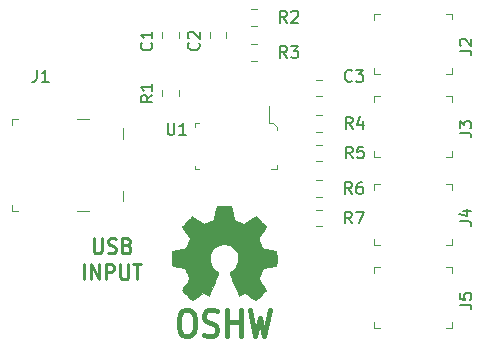
<source format=gbr>
G04 #@! TF.GenerationSoftware,KiCad,Pcbnew,(5.1.4)-1*
G04 #@! TF.CreationDate,2019-10-26T12:02:25-04:00*
G04 #@! TF.ProjectId,solar_NiMH_emulation,736f6c61-725f-44e6-994d-485f656d756c,rev?*
G04 #@! TF.SameCoordinates,Original*
G04 #@! TF.FileFunction,Legend,Top*
G04 #@! TF.FilePolarity,Positive*
%FSLAX46Y46*%
G04 Gerber Fmt 4.6, Leading zero omitted, Abs format (unit mm)*
G04 Created by KiCad (PCBNEW (5.1.4)-1) date 2019-10-26 12:02:25*
%MOMM*%
%LPD*%
G04 APERTURE LIST*
%ADD10C,0.250000*%
%ADD11C,0.450000*%
%ADD12C,0.010000*%
%ADD13C,0.120000*%
%ADD14C,0.100000*%
%ADD15C,0.150000*%
G04 APERTURE END LIST*
D10*
X120985714Y-110688095D02*
X120985714Y-111740476D01*
X121042857Y-111864285D01*
X121100000Y-111926190D01*
X121214285Y-111988095D01*
X121442857Y-111988095D01*
X121557142Y-111926190D01*
X121614285Y-111864285D01*
X121671428Y-111740476D01*
X121671428Y-110688095D01*
X122185714Y-111926190D02*
X122357142Y-111988095D01*
X122642857Y-111988095D01*
X122757142Y-111926190D01*
X122814285Y-111864285D01*
X122871428Y-111740476D01*
X122871428Y-111616666D01*
X122814285Y-111492857D01*
X122757142Y-111430952D01*
X122642857Y-111369047D01*
X122414285Y-111307142D01*
X122300000Y-111245238D01*
X122242857Y-111183333D01*
X122185714Y-111059523D01*
X122185714Y-110935714D01*
X122242857Y-110811904D01*
X122300000Y-110750000D01*
X122414285Y-110688095D01*
X122700000Y-110688095D01*
X122871428Y-110750000D01*
X123785714Y-111307142D02*
X123957142Y-111369047D01*
X124014285Y-111430952D01*
X124071428Y-111554761D01*
X124071428Y-111740476D01*
X124014285Y-111864285D01*
X123957142Y-111926190D01*
X123842857Y-111988095D01*
X123385714Y-111988095D01*
X123385714Y-110688095D01*
X123785714Y-110688095D01*
X123900000Y-110750000D01*
X123957142Y-110811904D01*
X124014285Y-110935714D01*
X124014285Y-111059523D01*
X123957142Y-111183333D01*
X123900000Y-111245238D01*
X123785714Y-111307142D01*
X123385714Y-111307142D01*
X120185714Y-114188095D02*
X120185714Y-112888095D01*
X120757142Y-114188095D02*
X120757142Y-112888095D01*
X121442857Y-114188095D01*
X121442857Y-112888095D01*
X122014285Y-114188095D02*
X122014285Y-112888095D01*
X122471428Y-112888095D01*
X122585714Y-112950000D01*
X122642857Y-113011904D01*
X122700000Y-113135714D01*
X122700000Y-113321428D01*
X122642857Y-113445238D01*
X122585714Y-113507142D01*
X122471428Y-113569047D01*
X122014285Y-113569047D01*
X123214285Y-112888095D02*
X123214285Y-113940476D01*
X123271428Y-114064285D01*
X123328571Y-114126190D01*
X123442857Y-114188095D01*
X123671428Y-114188095D01*
X123785714Y-114126190D01*
X123842857Y-114064285D01*
X123900000Y-113940476D01*
X123900000Y-112888095D01*
X124300000Y-112888095D02*
X124985714Y-112888095D01*
X124642857Y-114188095D02*
X124642857Y-112888095D01*
D11*
X128666666Y-116795238D02*
X129047619Y-116795238D01*
X129238095Y-116900000D01*
X129428571Y-117109523D01*
X129523809Y-117528571D01*
X129523809Y-118261904D01*
X129428571Y-118680952D01*
X129238095Y-118890476D01*
X129047619Y-118995238D01*
X128666666Y-118995238D01*
X128476190Y-118890476D01*
X128285714Y-118680952D01*
X128190476Y-118261904D01*
X128190476Y-117528571D01*
X128285714Y-117109523D01*
X128476190Y-116900000D01*
X128666666Y-116795238D01*
X130285714Y-118890476D02*
X130571428Y-118995238D01*
X131047619Y-118995238D01*
X131238095Y-118890476D01*
X131333333Y-118785714D01*
X131428571Y-118576190D01*
X131428571Y-118366666D01*
X131333333Y-118157142D01*
X131238095Y-118052380D01*
X131047619Y-117947619D01*
X130666666Y-117842857D01*
X130476190Y-117738095D01*
X130380952Y-117633333D01*
X130285714Y-117423809D01*
X130285714Y-117214285D01*
X130380952Y-117004761D01*
X130476190Y-116900000D01*
X130666666Y-116795238D01*
X131142857Y-116795238D01*
X131428571Y-116900000D01*
X132285714Y-118995238D02*
X132285714Y-116795238D01*
X132285714Y-117842857D02*
X133428571Y-117842857D01*
X133428571Y-118995238D02*
X133428571Y-116795238D01*
X134190476Y-116795238D02*
X134666666Y-118995238D01*
X135047619Y-117423809D01*
X135428571Y-118995238D01*
X135904761Y-116795238D01*
D12*
G36*
X132746536Y-108600427D02*
G01*
X132859118Y-109197618D01*
X133274531Y-109368865D01*
X133689945Y-109540112D01*
X134188302Y-109201233D01*
X134327869Y-109106877D01*
X134454029Y-109022630D01*
X134560896Y-108952338D01*
X134642583Y-108899847D01*
X134693202Y-108869004D01*
X134706987Y-108862353D01*
X134731821Y-108879458D01*
X134784889Y-108926744D01*
X134860241Y-108998172D01*
X134951930Y-109087700D01*
X135054008Y-109189289D01*
X135160527Y-109296898D01*
X135265537Y-109404487D01*
X135363092Y-109506015D01*
X135447243Y-109595441D01*
X135512041Y-109666726D01*
X135551538Y-109713828D01*
X135560981Y-109729592D01*
X135547392Y-109758653D01*
X135509294Y-109822321D01*
X135450694Y-109914367D01*
X135375598Y-110028564D01*
X135288009Y-110158684D01*
X135237255Y-110232901D01*
X135144746Y-110368422D01*
X135062541Y-110490716D01*
X134994631Y-110593695D01*
X134945001Y-110671273D01*
X134917641Y-110717361D01*
X134913530Y-110727047D01*
X134922850Y-110754574D01*
X134948255Y-110818728D01*
X134985912Y-110910490D01*
X135031987Y-111020839D01*
X135082647Y-111140755D01*
X135134060Y-111261219D01*
X135182390Y-111373209D01*
X135223807Y-111467707D01*
X135254475Y-111535692D01*
X135270562Y-111568143D01*
X135271512Y-111569420D01*
X135296773Y-111575617D01*
X135364046Y-111589440D01*
X135466361Y-111609532D01*
X135596742Y-111634534D01*
X135748217Y-111663086D01*
X135836594Y-111679551D01*
X135998453Y-111710369D01*
X136144650Y-111739694D01*
X136267788Y-111765921D01*
X136360470Y-111787446D01*
X136415302Y-111802665D01*
X136426324Y-111807493D01*
X136437119Y-111840174D01*
X136445830Y-111913985D01*
X136452461Y-112020292D01*
X136457019Y-112150467D01*
X136459510Y-112295876D01*
X136459939Y-112447890D01*
X136458312Y-112597877D01*
X136454636Y-112737206D01*
X136448916Y-112857245D01*
X136441158Y-112949365D01*
X136431369Y-113004932D01*
X136425497Y-113016500D01*
X136390400Y-113030365D01*
X136316029Y-113050188D01*
X136212224Y-113073639D01*
X136088820Y-113098391D01*
X136045742Y-113106398D01*
X135838048Y-113144441D01*
X135673985Y-113175079D01*
X135548131Y-113199529D01*
X135455066Y-113219009D01*
X135389368Y-113234736D01*
X135345618Y-113247928D01*
X135318393Y-113259804D01*
X135302273Y-113271580D01*
X135300018Y-113273908D01*
X135277504Y-113311400D01*
X135243159Y-113384365D01*
X135200412Y-113483867D01*
X135152693Y-113600973D01*
X135103431Y-113726748D01*
X135056056Y-113852257D01*
X135013996Y-113968565D01*
X134980681Y-114066739D01*
X134959542Y-114137843D01*
X134954006Y-114172942D01*
X134954467Y-114174172D01*
X134973224Y-114202861D01*
X135015777Y-114265985D01*
X135077654Y-114356973D01*
X135154383Y-114469255D01*
X135241492Y-114596260D01*
X135266299Y-114632353D01*
X135354753Y-114763203D01*
X135432589Y-114882591D01*
X135495567Y-114983662D01*
X135539446Y-115059559D01*
X135559986Y-115103427D01*
X135560981Y-115108817D01*
X135543723Y-115137144D01*
X135496036Y-115193261D01*
X135424051Y-115271137D01*
X135333898Y-115364740D01*
X135231706Y-115468041D01*
X135123606Y-115575006D01*
X135015729Y-115679606D01*
X134914205Y-115775809D01*
X134825163Y-115857584D01*
X134754734Y-115918900D01*
X134709048Y-115953726D01*
X134696410Y-115959412D01*
X134666992Y-115946020D01*
X134606762Y-115909899D01*
X134525530Y-115857136D01*
X134463031Y-115814667D01*
X134349786Y-115736740D01*
X134215675Y-115644984D01*
X134081156Y-115553375D01*
X134008834Y-115504346D01*
X133764039Y-115338770D01*
X133558551Y-115449875D01*
X133464937Y-115498548D01*
X133385331Y-115536381D01*
X133331468Y-115557958D01*
X133317758Y-115560961D01*
X133301271Y-115538793D01*
X133268746Y-115476149D01*
X133222609Y-115378809D01*
X133165291Y-115252549D01*
X133099217Y-115103150D01*
X133026816Y-114936388D01*
X132950517Y-114758042D01*
X132872747Y-114573891D01*
X132795935Y-114389712D01*
X132722507Y-114211285D01*
X132654893Y-114044387D01*
X132595521Y-113894797D01*
X132546817Y-113768293D01*
X132511211Y-113670654D01*
X132491131Y-113607657D01*
X132487901Y-113586021D01*
X132513497Y-113558424D01*
X132569539Y-113513625D01*
X132644312Y-113460934D01*
X132650588Y-113456765D01*
X132843846Y-113302069D01*
X132999675Y-113121591D01*
X133116725Y-112921102D01*
X133193646Y-112706374D01*
X133229087Y-112483177D01*
X133221698Y-112257281D01*
X133170128Y-112034459D01*
X133073027Y-111820479D01*
X133044459Y-111773664D01*
X132895869Y-111584618D01*
X132720328Y-111432812D01*
X132523911Y-111319034D01*
X132312694Y-111244075D01*
X132092754Y-111208722D01*
X131870164Y-111213767D01*
X131651002Y-111259999D01*
X131441343Y-111348206D01*
X131247262Y-111479179D01*
X131187227Y-111532337D01*
X131034436Y-111698739D01*
X130923098Y-111873912D01*
X130846724Y-112070266D01*
X130804188Y-112264717D01*
X130793687Y-112483342D01*
X130828701Y-112703052D01*
X130905674Y-112916420D01*
X131021048Y-113116022D01*
X131171266Y-113294429D01*
X131352774Y-113444217D01*
X131376628Y-113460006D01*
X131452202Y-113511712D01*
X131509652Y-113556512D01*
X131537118Y-113585117D01*
X131537518Y-113586021D01*
X131531621Y-113616964D01*
X131508246Y-113687191D01*
X131469822Y-113790925D01*
X131418778Y-113922390D01*
X131357543Y-114075807D01*
X131288545Y-114245401D01*
X131214214Y-114425393D01*
X131136979Y-114610008D01*
X131059269Y-114793468D01*
X130983512Y-114969996D01*
X130912138Y-115133814D01*
X130847575Y-115279147D01*
X130792253Y-115400217D01*
X130748601Y-115491247D01*
X130719047Y-115546460D01*
X130707145Y-115560961D01*
X130670778Y-115549669D01*
X130602731Y-115519385D01*
X130514737Y-115475520D01*
X130466351Y-115449875D01*
X130260864Y-115338770D01*
X130016069Y-115504346D01*
X129891107Y-115589170D01*
X129754296Y-115682516D01*
X129626089Y-115770408D01*
X129561872Y-115814667D01*
X129471552Y-115875318D01*
X129395072Y-115923381D01*
X129342408Y-115952770D01*
X129325303Y-115958982D01*
X129300406Y-115942223D01*
X129245306Y-115895436D01*
X129165344Y-115823480D01*
X129065861Y-115731212D01*
X128952201Y-115623490D01*
X128880316Y-115554326D01*
X128754552Y-115430757D01*
X128645864Y-115320234D01*
X128558646Y-115227485D01*
X128497290Y-115157237D01*
X128466192Y-115114220D01*
X128463209Y-115105490D01*
X128477054Y-115072284D01*
X128515313Y-115005142D01*
X128573742Y-114910863D01*
X128648098Y-114796245D01*
X128734136Y-114668083D01*
X128758603Y-114632353D01*
X128847755Y-114502489D01*
X128927739Y-114385569D01*
X128994081Y-114288162D01*
X129042312Y-114216839D01*
X129067958Y-114178170D01*
X129070436Y-114174172D01*
X129066730Y-114143355D01*
X129047062Y-114075599D01*
X129014861Y-113979839D01*
X128973556Y-113865009D01*
X128926576Y-113740044D01*
X128877350Y-113613879D01*
X128829309Y-113495448D01*
X128785882Y-113393685D01*
X128750497Y-113317526D01*
X128726585Y-113275904D01*
X128724885Y-113273908D01*
X128710263Y-113262013D01*
X128685566Y-113250250D01*
X128645373Y-113237401D01*
X128584264Y-113222249D01*
X128496818Y-113203576D01*
X128377613Y-113180165D01*
X128221228Y-113150797D01*
X128022244Y-113114255D01*
X127979161Y-113106398D01*
X127851471Y-113081727D01*
X127740154Y-113057593D01*
X127655046Y-113036324D01*
X127605984Y-113020248D01*
X127599406Y-113016500D01*
X127588565Y-112983273D01*
X127579754Y-112909021D01*
X127572977Y-112802376D01*
X127568241Y-112671967D01*
X127565551Y-112526427D01*
X127564914Y-112374386D01*
X127566335Y-112224476D01*
X127569821Y-112085328D01*
X127575377Y-111965572D01*
X127583009Y-111873841D01*
X127592723Y-111818766D01*
X127598579Y-111807493D01*
X127631181Y-111796123D01*
X127705419Y-111777624D01*
X127813897Y-111753602D01*
X127949218Y-111725662D01*
X128103986Y-111695408D01*
X128188308Y-111679551D01*
X128348297Y-111649644D01*
X128490968Y-111622550D01*
X128609349Y-111599631D01*
X128696466Y-111582243D01*
X128745346Y-111571747D01*
X128753391Y-111569420D01*
X128766988Y-111543186D01*
X128795730Y-111479995D01*
X128835786Y-111388877D01*
X128883325Y-111278857D01*
X128934516Y-111158965D01*
X128985527Y-111038227D01*
X129032527Y-110925671D01*
X129071685Y-110830326D01*
X129099170Y-110761217D01*
X129111150Y-110727374D01*
X129111373Y-110725895D01*
X129097792Y-110699197D01*
X129059716Y-110637760D01*
X129001148Y-110547689D01*
X128926089Y-110435090D01*
X128838541Y-110306070D01*
X128787648Y-110231961D01*
X128694910Y-110096077D01*
X128612542Y-109972709D01*
X128544562Y-109868097D01*
X128494989Y-109788483D01*
X128467843Y-109740107D01*
X128463922Y-109729262D01*
X128480776Y-109704020D01*
X128527369Y-109650124D01*
X128597749Y-109573613D01*
X128685966Y-109480523D01*
X128786066Y-109376895D01*
X128892099Y-109268764D01*
X128998112Y-109162170D01*
X129098153Y-109063150D01*
X129186271Y-108977742D01*
X129256514Y-108911985D01*
X129302929Y-108871916D01*
X129318457Y-108862353D01*
X129343740Y-108875800D01*
X129404212Y-108913575D01*
X129493993Y-108971835D01*
X129607204Y-109046734D01*
X129737964Y-109134425D01*
X129836600Y-109201233D01*
X130334958Y-109540112D01*
X130750371Y-109368865D01*
X131165785Y-109197618D01*
X131278367Y-108600427D01*
X131390950Y-108003235D01*
X132633953Y-108003235D01*
X132746536Y-108600427D01*
X132746536Y-108600427D01*
G37*
X132746536Y-108600427D02*
X132859118Y-109197618D01*
X133274531Y-109368865D01*
X133689945Y-109540112D01*
X134188302Y-109201233D01*
X134327869Y-109106877D01*
X134454029Y-109022630D01*
X134560896Y-108952338D01*
X134642583Y-108899847D01*
X134693202Y-108869004D01*
X134706987Y-108862353D01*
X134731821Y-108879458D01*
X134784889Y-108926744D01*
X134860241Y-108998172D01*
X134951930Y-109087700D01*
X135054008Y-109189289D01*
X135160527Y-109296898D01*
X135265537Y-109404487D01*
X135363092Y-109506015D01*
X135447243Y-109595441D01*
X135512041Y-109666726D01*
X135551538Y-109713828D01*
X135560981Y-109729592D01*
X135547392Y-109758653D01*
X135509294Y-109822321D01*
X135450694Y-109914367D01*
X135375598Y-110028564D01*
X135288009Y-110158684D01*
X135237255Y-110232901D01*
X135144746Y-110368422D01*
X135062541Y-110490716D01*
X134994631Y-110593695D01*
X134945001Y-110671273D01*
X134917641Y-110717361D01*
X134913530Y-110727047D01*
X134922850Y-110754574D01*
X134948255Y-110818728D01*
X134985912Y-110910490D01*
X135031987Y-111020839D01*
X135082647Y-111140755D01*
X135134060Y-111261219D01*
X135182390Y-111373209D01*
X135223807Y-111467707D01*
X135254475Y-111535692D01*
X135270562Y-111568143D01*
X135271512Y-111569420D01*
X135296773Y-111575617D01*
X135364046Y-111589440D01*
X135466361Y-111609532D01*
X135596742Y-111634534D01*
X135748217Y-111663086D01*
X135836594Y-111679551D01*
X135998453Y-111710369D01*
X136144650Y-111739694D01*
X136267788Y-111765921D01*
X136360470Y-111787446D01*
X136415302Y-111802665D01*
X136426324Y-111807493D01*
X136437119Y-111840174D01*
X136445830Y-111913985D01*
X136452461Y-112020292D01*
X136457019Y-112150467D01*
X136459510Y-112295876D01*
X136459939Y-112447890D01*
X136458312Y-112597877D01*
X136454636Y-112737206D01*
X136448916Y-112857245D01*
X136441158Y-112949365D01*
X136431369Y-113004932D01*
X136425497Y-113016500D01*
X136390400Y-113030365D01*
X136316029Y-113050188D01*
X136212224Y-113073639D01*
X136088820Y-113098391D01*
X136045742Y-113106398D01*
X135838048Y-113144441D01*
X135673985Y-113175079D01*
X135548131Y-113199529D01*
X135455066Y-113219009D01*
X135389368Y-113234736D01*
X135345618Y-113247928D01*
X135318393Y-113259804D01*
X135302273Y-113271580D01*
X135300018Y-113273908D01*
X135277504Y-113311400D01*
X135243159Y-113384365D01*
X135200412Y-113483867D01*
X135152693Y-113600973D01*
X135103431Y-113726748D01*
X135056056Y-113852257D01*
X135013996Y-113968565D01*
X134980681Y-114066739D01*
X134959542Y-114137843D01*
X134954006Y-114172942D01*
X134954467Y-114174172D01*
X134973224Y-114202861D01*
X135015777Y-114265985D01*
X135077654Y-114356973D01*
X135154383Y-114469255D01*
X135241492Y-114596260D01*
X135266299Y-114632353D01*
X135354753Y-114763203D01*
X135432589Y-114882591D01*
X135495567Y-114983662D01*
X135539446Y-115059559D01*
X135559986Y-115103427D01*
X135560981Y-115108817D01*
X135543723Y-115137144D01*
X135496036Y-115193261D01*
X135424051Y-115271137D01*
X135333898Y-115364740D01*
X135231706Y-115468041D01*
X135123606Y-115575006D01*
X135015729Y-115679606D01*
X134914205Y-115775809D01*
X134825163Y-115857584D01*
X134754734Y-115918900D01*
X134709048Y-115953726D01*
X134696410Y-115959412D01*
X134666992Y-115946020D01*
X134606762Y-115909899D01*
X134525530Y-115857136D01*
X134463031Y-115814667D01*
X134349786Y-115736740D01*
X134215675Y-115644984D01*
X134081156Y-115553375D01*
X134008834Y-115504346D01*
X133764039Y-115338770D01*
X133558551Y-115449875D01*
X133464937Y-115498548D01*
X133385331Y-115536381D01*
X133331468Y-115557958D01*
X133317758Y-115560961D01*
X133301271Y-115538793D01*
X133268746Y-115476149D01*
X133222609Y-115378809D01*
X133165291Y-115252549D01*
X133099217Y-115103150D01*
X133026816Y-114936388D01*
X132950517Y-114758042D01*
X132872747Y-114573891D01*
X132795935Y-114389712D01*
X132722507Y-114211285D01*
X132654893Y-114044387D01*
X132595521Y-113894797D01*
X132546817Y-113768293D01*
X132511211Y-113670654D01*
X132491131Y-113607657D01*
X132487901Y-113586021D01*
X132513497Y-113558424D01*
X132569539Y-113513625D01*
X132644312Y-113460934D01*
X132650588Y-113456765D01*
X132843846Y-113302069D01*
X132999675Y-113121591D01*
X133116725Y-112921102D01*
X133193646Y-112706374D01*
X133229087Y-112483177D01*
X133221698Y-112257281D01*
X133170128Y-112034459D01*
X133073027Y-111820479D01*
X133044459Y-111773664D01*
X132895869Y-111584618D01*
X132720328Y-111432812D01*
X132523911Y-111319034D01*
X132312694Y-111244075D01*
X132092754Y-111208722D01*
X131870164Y-111213767D01*
X131651002Y-111259999D01*
X131441343Y-111348206D01*
X131247262Y-111479179D01*
X131187227Y-111532337D01*
X131034436Y-111698739D01*
X130923098Y-111873912D01*
X130846724Y-112070266D01*
X130804188Y-112264717D01*
X130793687Y-112483342D01*
X130828701Y-112703052D01*
X130905674Y-112916420D01*
X131021048Y-113116022D01*
X131171266Y-113294429D01*
X131352774Y-113444217D01*
X131376628Y-113460006D01*
X131452202Y-113511712D01*
X131509652Y-113556512D01*
X131537118Y-113585117D01*
X131537518Y-113586021D01*
X131531621Y-113616964D01*
X131508246Y-113687191D01*
X131469822Y-113790925D01*
X131418778Y-113922390D01*
X131357543Y-114075807D01*
X131288545Y-114245401D01*
X131214214Y-114425393D01*
X131136979Y-114610008D01*
X131059269Y-114793468D01*
X130983512Y-114969996D01*
X130912138Y-115133814D01*
X130847575Y-115279147D01*
X130792253Y-115400217D01*
X130748601Y-115491247D01*
X130719047Y-115546460D01*
X130707145Y-115560961D01*
X130670778Y-115549669D01*
X130602731Y-115519385D01*
X130514737Y-115475520D01*
X130466351Y-115449875D01*
X130260864Y-115338770D01*
X130016069Y-115504346D01*
X129891107Y-115589170D01*
X129754296Y-115682516D01*
X129626089Y-115770408D01*
X129561872Y-115814667D01*
X129471552Y-115875318D01*
X129395072Y-115923381D01*
X129342408Y-115952770D01*
X129325303Y-115958982D01*
X129300406Y-115942223D01*
X129245306Y-115895436D01*
X129165344Y-115823480D01*
X129065861Y-115731212D01*
X128952201Y-115623490D01*
X128880316Y-115554326D01*
X128754552Y-115430757D01*
X128645864Y-115320234D01*
X128558646Y-115227485D01*
X128497290Y-115157237D01*
X128466192Y-115114220D01*
X128463209Y-115105490D01*
X128477054Y-115072284D01*
X128515313Y-115005142D01*
X128573742Y-114910863D01*
X128648098Y-114796245D01*
X128734136Y-114668083D01*
X128758603Y-114632353D01*
X128847755Y-114502489D01*
X128927739Y-114385569D01*
X128994081Y-114288162D01*
X129042312Y-114216839D01*
X129067958Y-114178170D01*
X129070436Y-114174172D01*
X129066730Y-114143355D01*
X129047062Y-114075599D01*
X129014861Y-113979839D01*
X128973556Y-113865009D01*
X128926576Y-113740044D01*
X128877350Y-113613879D01*
X128829309Y-113495448D01*
X128785882Y-113393685D01*
X128750497Y-113317526D01*
X128726585Y-113275904D01*
X128724885Y-113273908D01*
X128710263Y-113262013D01*
X128685566Y-113250250D01*
X128645373Y-113237401D01*
X128584264Y-113222249D01*
X128496818Y-113203576D01*
X128377613Y-113180165D01*
X128221228Y-113150797D01*
X128022244Y-113114255D01*
X127979161Y-113106398D01*
X127851471Y-113081727D01*
X127740154Y-113057593D01*
X127655046Y-113036324D01*
X127605984Y-113020248D01*
X127599406Y-113016500D01*
X127588565Y-112983273D01*
X127579754Y-112909021D01*
X127572977Y-112802376D01*
X127568241Y-112671967D01*
X127565551Y-112526427D01*
X127564914Y-112374386D01*
X127566335Y-112224476D01*
X127569821Y-112085328D01*
X127575377Y-111965572D01*
X127583009Y-111873841D01*
X127592723Y-111818766D01*
X127598579Y-111807493D01*
X127631181Y-111796123D01*
X127705419Y-111777624D01*
X127813897Y-111753602D01*
X127949218Y-111725662D01*
X128103986Y-111695408D01*
X128188308Y-111679551D01*
X128348297Y-111649644D01*
X128490968Y-111622550D01*
X128609349Y-111599631D01*
X128696466Y-111582243D01*
X128745346Y-111571747D01*
X128753391Y-111569420D01*
X128766988Y-111543186D01*
X128795730Y-111479995D01*
X128835786Y-111388877D01*
X128883325Y-111278857D01*
X128934516Y-111158965D01*
X128985527Y-111038227D01*
X129032527Y-110925671D01*
X129071685Y-110830326D01*
X129099170Y-110761217D01*
X129111150Y-110727374D01*
X129111373Y-110725895D01*
X129097792Y-110699197D01*
X129059716Y-110637760D01*
X129001148Y-110547689D01*
X128926089Y-110435090D01*
X128838541Y-110306070D01*
X128787648Y-110231961D01*
X128694910Y-110096077D01*
X128612542Y-109972709D01*
X128544562Y-109868097D01*
X128494989Y-109788483D01*
X128467843Y-109740107D01*
X128463922Y-109729262D01*
X128480776Y-109704020D01*
X128527369Y-109650124D01*
X128597749Y-109573613D01*
X128685966Y-109480523D01*
X128786066Y-109376895D01*
X128892099Y-109268764D01*
X128998112Y-109162170D01*
X129098153Y-109063150D01*
X129186271Y-108977742D01*
X129256514Y-108911985D01*
X129302929Y-108871916D01*
X129318457Y-108862353D01*
X129343740Y-108875800D01*
X129404212Y-108913575D01*
X129493993Y-108971835D01*
X129607204Y-109046734D01*
X129737964Y-109134425D01*
X129836600Y-109201233D01*
X130334958Y-109540112D01*
X130750371Y-109368865D01*
X131165785Y-109197618D01*
X131278367Y-108600427D01*
X131390950Y-108003235D01*
X132633953Y-108003235D01*
X132746536Y-108600427D01*
D13*
X126790000Y-93758578D02*
X126790000Y-93241422D01*
X128210000Y-93758578D02*
X128210000Y-93241422D01*
X132210000Y-93758578D02*
X132210000Y-93241422D01*
X130790000Y-93758578D02*
X130790000Y-93241422D01*
D14*
X120069001Y-100600000D02*
X120569001Y-100600000D01*
X120069001Y-100600000D02*
X119569001Y-100600000D01*
X123469001Y-102300000D02*
X123469001Y-101400000D01*
X123469001Y-106700000D02*
X123469001Y-107600000D01*
X120069001Y-108400000D02*
X120569001Y-108400000D01*
X120069001Y-108400000D02*
X119569001Y-108400000D01*
X114069001Y-108400000D02*
X114069001Y-107900000D01*
X114069001Y-108400000D02*
X114569001Y-108400000D01*
X114069001Y-100600000D02*
X114069001Y-101100000D01*
X114069001Y-100600000D02*
X114569001Y-100600000D01*
X144720000Y-91700000D02*
X145220000Y-91700000D01*
X144720000Y-91700000D02*
X144720000Y-92200000D01*
X144700000Y-96840000D02*
X145200000Y-96840000D01*
X144700000Y-96840000D02*
X144700000Y-96340000D01*
X151300000Y-96840000D02*
X150800000Y-96840000D01*
X151300000Y-96840000D02*
X151300000Y-96340000D01*
X151290000Y-91690000D02*
X150790000Y-91690000D01*
X151290000Y-91690000D02*
X151290000Y-92190000D01*
X151290000Y-98650000D02*
X151290000Y-99150000D01*
X151290000Y-98650000D02*
X150790000Y-98650000D01*
X151300000Y-103800000D02*
X151300000Y-103300000D01*
X151300000Y-103800000D02*
X150800000Y-103800000D01*
X144700000Y-103800000D02*
X144700000Y-103300000D01*
X144700000Y-103800000D02*
X145200000Y-103800000D01*
X144720000Y-98660000D02*
X144720000Y-99160000D01*
X144720000Y-98660000D02*
X145220000Y-98660000D01*
X144720000Y-106160000D02*
X145220000Y-106160000D01*
X144720000Y-106160000D02*
X144720000Y-106660000D01*
X144700000Y-111300000D02*
X145200000Y-111300000D01*
X144700000Y-111300000D02*
X144700000Y-110800000D01*
X151300000Y-111300000D02*
X150800000Y-111300000D01*
X151300000Y-111300000D02*
X151300000Y-110800000D01*
X151290000Y-106150000D02*
X150790000Y-106150000D01*
X151290000Y-106150000D02*
X151290000Y-106650000D01*
X151290000Y-113150000D02*
X151290000Y-113650000D01*
X151290000Y-113150000D02*
X150790000Y-113150000D01*
X151300000Y-118300000D02*
X151300000Y-117800000D01*
X151300000Y-118300000D02*
X150800000Y-118300000D01*
X144700000Y-118300000D02*
X144700000Y-117800000D01*
X144700000Y-118300000D02*
X145200000Y-118300000D01*
X144720000Y-113160000D02*
X144720000Y-113660000D01*
X144720000Y-113160000D02*
X145220000Y-113160000D01*
D13*
X128210000Y-98178922D02*
X128210000Y-98696078D01*
X126790000Y-98178922D02*
X126790000Y-98696078D01*
X134821078Y-91290000D02*
X134303922Y-91290000D01*
X134821078Y-92710000D02*
X134303922Y-92710000D01*
X134303922Y-94290000D02*
X134821078Y-94290000D01*
X134303922Y-95710000D02*
X134821078Y-95710000D01*
X139803922Y-100290000D02*
X140321078Y-100290000D01*
X139803922Y-101710000D02*
X140321078Y-101710000D01*
X139803922Y-104210000D02*
X140321078Y-104210000D01*
X139803922Y-102790000D02*
X140321078Y-102790000D01*
X139803922Y-105790000D02*
X140321078Y-105790000D01*
X139803922Y-107210000D02*
X140321078Y-107210000D01*
X139803922Y-109710000D02*
X140321078Y-109710000D01*
X139803922Y-108290000D02*
X140321078Y-108290000D01*
D14*
X136475000Y-101550000D02*
X136475000Y-101300000D01*
X136475000Y-101300000D02*
X136150000Y-100925000D01*
X136150000Y-100925000D02*
X135850000Y-100925000D01*
X135850000Y-100925000D02*
X135850000Y-99475000D01*
X136025000Y-104875000D02*
X136475000Y-104875000D01*
X136475000Y-104875000D02*
X136475000Y-104500000D01*
X129525000Y-101275000D02*
X129525000Y-100925000D01*
X129525000Y-100925000D02*
X129875000Y-100925000D01*
X129850000Y-104875000D02*
X129525000Y-104875000D01*
X129525000Y-104875000D02*
X129525000Y-104575000D01*
D13*
X139803922Y-97290000D02*
X140321078Y-97290000D01*
X139803922Y-98710000D02*
X140321078Y-98710000D01*
D15*
X125857142Y-94166666D02*
X125904761Y-94214285D01*
X125952380Y-94357142D01*
X125952380Y-94452380D01*
X125904761Y-94595238D01*
X125809523Y-94690476D01*
X125714285Y-94738095D01*
X125523809Y-94785714D01*
X125380952Y-94785714D01*
X125190476Y-94738095D01*
X125095238Y-94690476D01*
X125000000Y-94595238D01*
X124952380Y-94452380D01*
X124952380Y-94357142D01*
X125000000Y-94214285D01*
X125047619Y-94166666D01*
X125952380Y-93214285D02*
X125952380Y-93785714D01*
X125952380Y-93500000D02*
X124952380Y-93500000D01*
X125095238Y-93595238D01*
X125190476Y-93690476D01*
X125238095Y-93785714D01*
X129857142Y-94166666D02*
X129904761Y-94214285D01*
X129952380Y-94357142D01*
X129952380Y-94452380D01*
X129904761Y-94595238D01*
X129809523Y-94690476D01*
X129714285Y-94738095D01*
X129523809Y-94785714D01*
X129380952Y-94785714D01*
X129190476Y-94738095D01*
X129095238Y-94690476D01*
X129000000Y-94595238D01*
X128952380Y-94452380D01*
X128952380Y-94357142D01*
X129000000Y-94214285D01*
X129047619Y-94166666D01*
X129047619Y-93785714D02*
X129000000Y-93738095D01*
X128952380Y-93642857D01*
X128952380Y-93404761D01*
X129000000Y-93309523D01*
X129047619Y-93261904D01*
X129142857Y-93214285D01*
X129238095Y-93214285D01*
X129380952Y-93261904D01*
X129952380Y-93833333D01*
X129952380Y-93214285D01*
X116166666Y-96452380D02*
X116166666Y-97166666D01*
X116119047Y-97309523D01*
X116023809Y-97404761D01*
X115880952Y-97452380D01*
X115785714Y-97452380D01*
X117166666Y-97452380D02*
X116595238Y-97452380D01*
X116880952Y-97452380D02*
X116880952Y-96452380D01*
X116785714Y-96595238D01*
X116690476Y-96690476D01*
X116595238Y-96738095D01*
X151952380Y-94833333D02*
X152666666Y-94833333D01*
X152809523Y-94880952D01*
X152904761Y-94976190D01*
X152952380Y-95119047D01*
X152952380Y-95214285D01*
X152047619Y-94404761D02*
X152000000Y-94357142D01*
X151952380Y-94261904D01*
X151952380Y-94023809D01*
X152000000Y-93928571D01*
X152047619Y-93880952D01*
X152142857Y-93833333D01*
X152238095Y-93833333D01*
X152380952Y-93880952D01*
X152952380Y-94452380D01*
X152952380Y-93833333D01*
X151952380Y-101793333D02*
X152666666Y-101793333D01*
X152809523Y-101840952D01*
X152904761Y-101936190D01*
X152952380Y-102079047D01*
X152952380Y-102174285D01*
X151952380Y-101412380D02*
X151952380Y-100793333D01*
X152333333Y-101126666D01*
X152333333Y-100983809D01*
X152380952Y-100888571D01*
X152428571Y-100840952D01*
X152523809Y-100793333D01*
X152761904Y-100793333D01*
X152857142Y-100840952D01*
X152904761Y-100888571D01*
X152952380Y-100983809D01*
X152952380Y-101269523D01*
X152904761Y-101364761D01*
X152857142Y-101412380D01*
X151952380Y-109293333D02*
X152666666Y-109293333D01*
X152809523Y-109340952D01*
X152904761Y-109436190D01*
X152952380Y-109579047D01*
X152952380Y-109674285D01*
X152285714Y-108388571D02*
X152952380Y-108388571D01*
X151904761Y-108626666D02*
X152619047Y-108864761D01*
X152619047Y-108245714D01*
X151952380Y-116333333D02*
X152666666Y-116333333D01*
X152809523Y-116380952D01*
X152904761Y-116476190D01*
X152952380Y-116619047D01*
X152952380Y-116714285D01*
X151952380Y-115380952D02*
X151952380Y-115857142D01*
X152428571Y-115904761D01*
X152380952Y-115857142D01*
X152333333Y-115761904D01*
X152333333Y-115523809D01*
X152380952Y-115428571D01*
X152428571Y-115380952D01*
X152523809Y-115333333D01*
X152761904Y-115333333D01*
X152857142Y-115380952D01*
X152904761Y-115428571D01*
X152952380Y-115523809D01*
X152952380Y-115761904D01*
X152904761Y-115857142D01*
X152857142Y-115904761D01*
X125952380Y-98604166D02*
X125476190Y-98937500D01*
X125952380Y-99175595D02*
X124952380Y-99175595D01*
X124952380Y-98794642D01*
X125000000Y-98699404D01*
X125047619Y-98651785D01*
X125142857Y-98604166D01*
X125285714Y-98604166D01*
X125380952Y-98651785D01*
X125428571Y-98699404D01*
X125476190Y-98794642D01*
X125476190Y-99175595D01*
X125952380Y-97651785D02*
X125952380Y-98223214D01*
X125952380Y-97937500D02*
X124952380Y-97937500D01*
X125095238Y-98032738D01*
X125190476Y-98127976D01*
X125238095Y-98223214D01*
X137333333Y-92452380D02*
X137000000Y-91976190D01*
X136761904Y-92452380D02*
X136761904Y-91452380D01*
X137142857Y-91452380D01*
X137238095Y-91500000D01*
X137285714Y-91547619D01*
X137333333Y-91642857D01*
X137333333Y-91785714D01*
X137285714Y-91880952D01*
X137238095Y-91928571D01*
X137142857Y-91976190D01*
X136761904Y-91976190D01*
X137714285Y-91547619D02*
X137761904Y-91500000D01*
X137857142Y-91452380D01*
X138095238Y-91452380D01*
X138190476Y-91500000D01*
X138238095Y-91547619D01*
X138285714Y-91642857D01*
X138285714Y-91738095D01*
X138238095Y-91880952D01*
X137666666Y-92452380D01*
X138285714Y-92452380D01*
X137333333Y-95452380D02*
X137000000Y-94976190D01*
X136761904Y-95452380D02*
X136761904Y-94452380D01*
X137142857Y-94452380D01*
X137238095Y-94500000D01*
X137285714Y-94547619D01*
X137333333Y-94642857D01*
X137333333Y-94785714D01*
X137285714Y-94880952D01*
X137238095Y-94928571D01*
X137142857Y-94976190D01*
X136761904Y-94976190D01*
X137666666Y-94452380D02*
X138285714Y-94452380D01*
X137952380Y-94833333D01*
X138095238Y-94833333D01*
X138190476Y-94880952D01*
X138238095Y-94928571D01*
X138285714Y-95023809D01*
X138285714Y-95261904D01*
X138238095Y-95357142D01*
X138190476Y-95404761D01*
X138095238Y-95452380D01*
X137809523Y-95452380D01*
X137714285Y-95404761D01*
X137666666Y-95357142D01*
X142895833Y-101452380D02*
X142562500Y-100976190D01*
X142324404Y-101452380D02*
X142324404Y-100452380D01*
X142705357Y-100452380D01*
X142800595Y-100500000D01*
X142848214Y-100547619D01*
X142895833Y-100642857D01*
X142895833Y-100785714D01*
X142848214Y-100880952D01*
X142800595Y-100928571D01*
X142705357Y-100976190D01*
X142324404Y-100976190D01*
X143752976Y-100785714D02*
X143752976Y-101452380D01*
X143514880Y-100404761D02*
X143276785Y-101119047D01*
X143895833Y-101119047D01*
X142895833Y-103952380D02*
X142562500Y-103476190D01*
X142324404Y-103952380D02*
X142324404Y-102952380D01*
X142705357Y-102952380D01*
X142800595Y-103000000D01*
X142848214Y-103047619D01*
X142895833Y-103142857D01*
X142895833Y-103285714D01*
X142848214Y-103380952D01*
X142800595Y-103428571D01*
X142705357Y-103476190D01*
X142324404Y-103476190D01*
X143800595Y-102952380D02*
X143324404Y-102952380D01*
X143276785Y-103428571D01*
X143324404Y-103380952D01*
X143419642Y-103333333D01*
X143657738Y-103333333D01*
X143752976Y-103380952D01*
X143800595Y-103428571D01*
X143848214Y-103523809D01*
X143848214Y-103761904D01*
X143800595Y-103857142D01*
X143752976Y-103904761D01*
X143657738Y-103952380D01*
X143419642Y-103952380D01*
X143324404Y-103904761D01*
X143276785Y-103857142D01*
X142833333Y-106952380D02*
X142500000Y-106476190D01*
X142261904Y-106952380D02*
X142261904Y-105952380D01*
X142642857Y-105952380D01*
X142738095Y-106000000D01*
X142785714Y-106047619D01*
X142833333Y-106142857D01*
X142833333Y-106285714D01*
X142785714Y-106380952D01*
X142738095Y-106428571D01*
X142642857Y-106476190D01*
X142261904Y-106476190D01*
X143690476Y-105952380D02*
X143500000Y-105952380D01*
X143404761Y-106000000D01*
X143357142Y-106047619D01*
X143261904Y-106190476D01*
X143214285Y-106380952D01*
X143214285Y-106761904D01*
X143261904Y-106857142D01*
X143309523Y-106904761D01*
X143404761Y-106952380D01*
X143595238Y-106952380D01*
X143690476Y-106904761D01*
X143738095Y-106857142D01*
X143785714Y-106761904D01*
X143785714Y-106523809D01*
X143738095Y-106428571D01*
X143690476Y-106380952D01*
X143595238Y-106333333D01*
X143404761Y-106333333D01*
X143309523Y-106380952D01*
X143261904Y-106428571D01*
X143214285Y-106523809D01*
X142833333Y-109452380D02*
X142500000Y-108976190D01*
X142261904Y-109452380D02*
X142261904Y-108452380D01*
X142642857Y-108452380D01*
X142738095Y-108500000D01*
X142785714Y-108547619D01*
X142833333Y-108642857D01*
X142833333Y-108785714D01*
X142785714Y-108880952D01*
X142738095Y-108928571D01*
X142642857Y-108976190D01*
X142261904Y-108976190D01*
X143166666Y-108452380D02*
X143833333Y-108452380D01*
X143404761Y-109452380D01*
X127238095Y-100952380D02*
X127238095Y-101761904D01*
X127285714Y-101857142D01*
X127333333Y-101904761D01*
X127428571Y-101952380D01*
X127619047Y-101952380D01*
X127714285Y-101904761D01*
X127761904Y-101857142D01*
X127809523Y-101761904D01*
X127809523Y-100952380D01*
X128809523Y-101952380D02*
X128238095Y-101952380D01*
X128523809Y-101952380D02*
X128523809Y-100952380D01*
X128428571Y-101095238D01*
X128333333Y-101190476D01*
X128238095Y-101238095D01*
X142833333Y-97357142D02*
X142785714Y-97404761D01*
X142642857Y-97452380D01*
X142547619Y-97452380D01*
X142404761Y-97404761D01*
X142309523Y-97309523D01*
X142261904Y-97214285D01*
X142214285Y-97023809D01*
X142214285Y-96880952D01*
X142261904Y-96690476D01*
X142309523Y-96595238D01*
X142404761Y-96500000D01*
X142547619Y-96452380D01*
X142642857Y-96452380D01*
X142785714Y-96500000D01*
X142833333Y-96547619D01*
X143166666Y-96452380D02*
X143785714Y-96452380D01*
X143452380Y-96833333D01*
X143595238Y-96833333D01*
X143690476Y-96880952D01*
X143738095Y-96928571D01*
X143785714Y-97023809D01*
X143785714Y-97261904D01*
X143738095Y-97357142D01*
X143690476Y-97404761D01*
X143595238Y-97452380D01*
X143309523Y-97452380D01*
X143214285Y-97404761D01*
X143166666Y-97357142D01*
M02*

</source>
